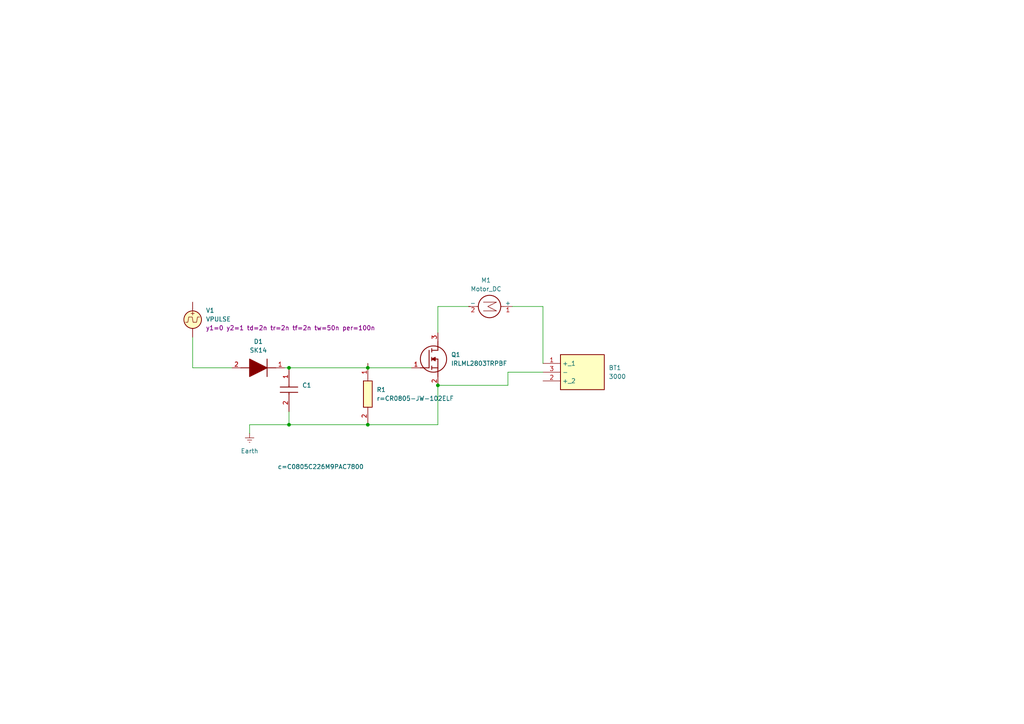
<source format=kicad_sch>
(kicad_sch (version 20231120) (generator "eeschema") (generator_version "8.0")
  (paper "A4")
  (lib_symbols
    (symbol "3000:3000"
      (property "Reference" "BT" (at 8.382 10.16 0))
      (property "Value" "3000" (at 8.382 7.62 0))
      (symbol "3000_1_1"
        (rectangle (start 5.08 2.54) (end 17.78 -7.62) (stroke (width 0.254)) (fill (type background)))
        (pin passive line (at 0 0 0) (length 5.08) (name "+_1") (number "1"))
        (pin passive line (at 0 -5.08 0) (length 5.08) (name "+_2") (number "2"))
        (pin passive line (at 0 -2.54 0) (length 5.08) (name "-") (number "3"))
      )
    )
    (symbol "C0805C226M9PAC7800:C0805C226M9PAC7800" (pin_names hide)
      (property "Reference" "C" (at 8.89 6.35 0))
      (property "Value" "C0805C226M9PAC7800" (at 8.89 3.81 0))
      (symbol "C0805C226M9PAC7800_1_1"
        (polyline (pts (xy 5.08 0) (xy 5.588 0)) (stroke (width 0.254)))
        (polyline (pts (xy 5.588 2.54) (xy 5.588 -2.54)) (stroke (width 0.254)))
        (polyline (pts (xy 7.112 0) (xy 7.62 0)) (stroke (width 0.254)))
        (polyline (pts (xy 7.112 2.54) (xy 7.112 -2.54)) (stroke (width 0.254)))
        (pin passive line (at 0 0 0) (length 5.08) (name "1") (number "1"))
        (pin passive line (at 12.7 0 180) (length 5.08) (name "2") (number "2"))
      )
    )
    (symbol "CR0805-JW-102ELF:CR0805-JW-102ELF" (pin_names hide)
      (property "Reference" "R" (at 13.97 6.35 0))
      (property "Value" "CR0805-JW-102ELF" (at 13.97 3.81 0))
      (symbol "CR0805-JW-102ELF_1_1"
        (rectangle (start 5.08 1.27) (end 12.7 -1.27) (stroke (width 0.254)) (fill (type background)))
        (pin passive line (at 0 0 0) (length 5.08) (name "1") (number "1"))
        (pin passive line (at 17.78 0 180) (length 5.08) (name "2") (number "2"))
      )
    )
    (symbol "IRLML2803TRPBF:IRLML2803TRPBF" (pin_names hide)
      (property "Reference" "Q" (at 11.43 3.81 0))
      (property "Value" "IRLML2803TRPBF" (at 11.43 1.27 0))
      (symbol "IRLML2803TRPBF_1_1"
        (polyline (pts (xy 2.54 0) (xy 5.08 0)) (stroke (width 0.254)))
        (polyline (pts (xy 5.08 5.08) (xy 5.08 0)) (stroke (width 0.254)))
        (polyline (pts (xy 5.842 -0.508) (xy 5.842 0.508)) (stroke (width 0.254)))
        (polyline (pts (xy 5.842 0) (xy 7.62 0)) (stroke (width 0.254)))
        (polyline (pts (xy 5.842 2.032) (xy 5.842 3.048)) (stroke (width 0.254)))
        (polyline (pts (xy 5.842 5.588) (xy 5.842 4.572)) (stroke (width 0.254)))
        (polyline (pts (xy 7.62 2.54) (xy 5.842 2.54)) (stroke (width 0.254)))
        (polyline (pts (xy 7.62 2.54) (xy 7.62 -2.54)) (stroke (width 0.254)))
        (polyline (pts (xy 7.62 5.08) (xy 5.842 5.08)) (stroke (width 0.254)))
        (polyline (pts (xy 7.62 5.08) (xy 7.62 7.62)) (stroke (width 0.254)))
        (polyline (pts (xy 5.842 2.54) (xy 6.858 3.048) (xy 6.858 2.032) (xy 5.842 2.54)) (stroke (width 0.254)) (fill (type outline)))
        (circle (center 6.35 2.54) (radius 3.81) (stroke (width 0.254)))
        (pin passive line (at 0 0 0) (length 2.54) (name "G") (number "1"))
        (pin passive line (at 7.62 -5.08 90) (length 2.54) (name "S") (number "2"))
        (pin passive line (at 7.62 10.16 270) (length 2.54) (name "D") (number "3"))
      )
    )
    (symbol "Motor:Motor_DC" (pin_names (offset 0))
      (property "Reference" "M" (at 2.54 2.54 0))
      (property "Value" "Motor_DC" (at 2.54 -5.08 0))
      (symbol "Motor_DC_0_0"
        (polyline (pts (xy -1.27 -3.302) (xy -1.27 0.508) (xy 0 -2.032) (xy 1.27 0.508) (xy 1.27 -3.302)))
      )
      (symbol "Motor_DC_0_1"
        (circle (center 0 -1.524) (radius 3.2512) (stroke (width 0.254)))
        (polyline (pts (xy 0 -7.62) (xy 0 -7.112)))
        (polyline (pts (xy 0 -4.7752) (xy 0 -5.1816)))
        (polyline (pts (xy 0 1.7272) (xy 0 2.0828)))
        (polyline (pts (xy 0 2.032) (xy 0 2.54)))
      )
      (symbol "Motor_DC_1_1"
        (pin passive line (at 0 5.08 270) (length 2.54) (name "+") (number "1"))
        (pin passive line (at 0 -7.62 90) (length 2.54) (name "-") (number "2"))
      )
    )
    (symbol "SK14:SK14" (pin_names hide)
      (property "Reference" "D" (at 11.43 5.08 0))
      (property "Value" "SK14" (at 11.43 2.54 0))
      (symbol "SK14_1_1"
        (polyline (pts (xy 2.54 0) (xy 5.08 0)) (stroke (width 0.254)))
        (polyline (pts (xy 5.08 2.54) (xy 5.08 -2.54)) (stroke (width 0.254)))
        (polyline (pts (xy 10.16 0) (xy 12.7 0)) (stroke (width 0.254)))
        (polyline (pts (xy 5.08 0) (xy 10.16 2.54) (xy 10.16 -2.54) (xy 5.08 0)) (stroke (width 0.254)) (fill (type outline)))
        (pin passive line (at 0 0 0) (length 2.54) (name "K") (number "1"))
        (pin passive line (at 15.24 0 180) (length 2.54) (name "A") (number "2"))
      )
    )
    (symbol "Simulation_SPICE:VPULSE" (pin_numbers hide) (pin_names (offset 0.0254))
      (property "Reference" "V" (at 2.54 2.54 0))
      (property "Value" "VPULSE" (at 2.54 0 0))
      (property "Sim.Params" "y1=0 y2=1 td=2n tr=2n tf=2n tw=50n per=100n" (at 2.54 -2.54 0))
      (symbol "VPULSE_0_0"
        (polyline (pts (xy -2.032 -0.762) (xy -1.397 -0.762) (xy -1.143 0.762) (xy -0.127 0.762) (xy 0.127 -0.762) (xy 1.143 -0.762) (xy 1.397 0.762) (xy 2.032 0.762)))
        (text "+" (at 0 1.905 0) (effects (font (size 1.27 1.27))))
      )
      (symbol "VPULSE_0_1"
        (circle (center 0 0) (radius 2.54) (stroke (width 0.254)) (fill (type background)))
      )
      (symbol "VPULSE_1_1"
        (pin passive line (at 0 5.08 270) (length 2.54) (name "~") (number "1"))
        (pin passive line (at 0 -5.08 90) (length 2.54) (name "~") (number "2"))
      )
    )
    (symbol "power:Earth" (power) (pin_numbers hide) (pin_names (offset 0) hide)
      (property "Value" "Earth" (at 0 -3.81 0))
      (symbol "Earth_0_1"
        (polyline (pts (xy -0.635 -1.905) (xy 0.635 -1.905)))
        (polyline (pts (xy -0.127 -2.54) (xy 0.127 -2.54)))
        (polyline (pts (xy 0 -1.27) (xy 0 0)))
        (polyline (pts (xy 1.27 -1.27) (xy -1.27 -1.27)))
      )
      (symbol "Earth_1_1"
        (pin power_in line (at 0 0 270) (length 0) (name "~") (number "1"))
      )
    )
  )
  (junction (at 127 111.76))
  (junction (at 83.82 106.68))
  (junction (at 83.82 123.19))
  (junction (at 106.68 106.68))
  (junction (at 106.68 123.19))
  (wire (pts (xy 83.82 119.38) (xy 83.82 123.19)))
  (wire (pts (xy 147.32 107.95) (xy 147.32 111.76)))
  (wire (pts (xy 157.48 88.9) (xy 157.48 105.41)))
  (wire (pts (xy 127 88.9) (xy 135.89 88.9)))
  (wire (pts (xy 83.82 123.19) (xy 72.39 123.19)))
  (wire (pts (xy 72.39 123.19) (xy 72.39 125.73)))
  (wire (pts (xy 83.82 123.19) (xy 106.68 123.19)))
  (wire (pts (xy 83.82 106.68) (xy 106.68 106.68)))
  (wire (pts (xy 148.59 88.9) (xy 157.48 88.9)))
  (wire (pts (xy 55.88 106.68) (xy 67.31 106.68)))
  (wire (pts (xy 127 111.76) (xy 127 123.19)))
  (wire (pts (xy 106.68 106.68) (xy 106.68 105.41)))
  (wire (pts (xy 147.32 111.76) (xy 127 111.76)))
  (wire (pts (xy 82.55 106.68) (xy 83.82 106.68)))
  (wire (pts (xy 106.68 106.68) (xy 119.38 106.68)))
  (wire (pts (xy 55.88 97.79) (xy 55.88 106.68)))
  (wire (pts (xy 127 123.19) (xy 106.68 123.19)))
  (wire (pts (xy 127 88.9) (xy 127 96.52)))
  (wire (pts (xy 157.48 107.95) (xy 147.32 107.95)))
  (symbol (lib_id "3000:3000") (at 157.48 105.41 0) (unit 1)
    (property "Reference" "BT1" (at 176.53 106.6799 0) (effects (justify left)))
    (property "Value" "3000" (at 176.53 109.2199 0) (effects (justify left)))
    (property "Footprint" "3000" (effects (hide yes)))
    (property "Datasheet" "https://www.keyelco.com/product-pdf.cfm?p=777" (effects (hide yes)))
    (property "Description" "KEYSTONE - 3000 - Battery Contact, Coin Cell - 12mm, SMD, Phosphor Bronze" (effects (hide yes)))
    (property "Height" "3.43" (effects (hide yes)))
    (property "Mouser Part Number" "534-3000" (effects (hide yes)))
    (property "Mouser Price/Stock" "https://www.mouser.co.uk/ProductDetail/Keystone-Electronics/3000?qs=Mn60vILZNNbcLh3ZnzbtUw%3D%3D" (effects (hide yes)))
    (property "Manufacturer_Name" "Keystone Electronics" (effects (hide yes)))
    (property "Manufacturer_Part_Number" "3000" (effects (hide yes)))
    (property "Sim.Device" "V" (effects (hide yes)))
    (property "Sim.Type" "DC" (effects (hide yes)))
    (property "Sim.Pins" "1=+ 2=-" (effects (hide yes)))
    (property "Sim.Params" "dc=3.3" (effects (hide yes)))
  )
  (symbol (lib_id "C0805C226M9PAC7800:C0805C226M9PAC7800") (at 83.82 106.68 270) (unit 1)
    (property "Reference" "C1" (at 87.63 111.7599 90) (effects (justify left)))
    (property "Value" "${SIM.PARAMS}" (at 80.518 135.382 90) (effects (justify left)))
    (property "Footprint" "CAPC2012X140N" (effects (hide yes)))
    (property "Datasheet" "https://connect.kemet.com:7667/gateway/IntelliData-ComponentDocumentation/1.0/download/specsheet/C0805C226M9PACTU" (effects (hide yes)))
    (property "Description" "Multilayer Ceramic Capacitors MLCC - SMD/SMT 6.3V 22uF X5R 0805 20%" (effects (hide yes)))
    (property "Height" "1.4" (effects (hide yes)))
    (property "Mouser Part Number" "80-C0805C226M9P7800" (effects (hide yes)))
    (property "Mouser Price/Stock" "https://www.mouser.co.uk/ProductDetail/KEMET/C0805C226M9PAC7800?qs=HB7DuPrg59odB1xmQ%2FDX4g%3D%3D" (effects (hide yes)))
    (property "Manufacturer_Name" "KEMET" (effects (hide yes)))
    (property "Manufacturer_Part_Number" "C0805C226M9PAC7800" (effects (hide yes)))
    (property "Sim.Device" "C" (effects (hide yes)))
    (property "Sim.Type" "=" (effects (hide yes)))
    (property "Sim.Params" "c=C0805C226M9PAC7800" (effects (hide yes)))
    (property "Sim.Pins" "1=+ 2=-" (effects (hide yes)))
  )
  (symbol (lib_id "power:Earth") (at 72.39 125.73 0) (unit 1)
    (property "Reference" "#PWR01" (effects (hide yes)))
    (property "Value" "Earth" (at 72.39 130.81 0))
    (property "Description" "Power symbol creates a global label with name \"Earth\"" (effects (hide yes)))
  )
  (symbol (lib_id "SK14:SK14") (at 82.55 106.68 180) (unit 1)
    (property "Reference" "D1" (at 74.93 99.06 0))
    (property "Value" "SK14" (at 74.93 101.6 0))
    (property "Footprint" "DIONM5027X250N" (effects (hide yes)))
    (property "Datasheet" "https://www.arrow.com/en/products/sk14/diotec-semiconductor-ag?region=europe" (effects (hide yes)))
    (property "Description" "Schottky Diodes & Rectifiers Schottky, SMA, 40V, 1A" (effects (hide yes)))
    (property "Height" "2.5" (effects (hide yes)))
    (property "Mouser Part Number" "637-SK14" (effects (hide yes)))
    (property "Mouser Price/Stock" "https://www.mouser.co.uk/ProductDetail/Diotec-Semiconductor/SK14?qs=OlC7AqGiEDkqBnpJlZ2UeA%3D%3D" (effects (hide yes)))
    (property "Manufacturer_Name" "Diotec" (effects (hide yes)))
    (property "Manufacturer_Part_Number" "SK14" (effects (hide yes)))
    (property "Sim.Device" "D" (effects (hide yes)))
    (property "Sim.Pins" "1=A 2=K" (effects (hide yes)))
  )
  (symbol (lib_id "CR0805-JW-102ELF:CR0805-JW-102ELF") (at 106.68 105.41 270) (unit 1)
    (property "Reference" "R1" (at 109.22 113.0299 90) (effects (justify left)))
    (property "Value" "${SIM.PARAMS}" (at 109.22 115.5699 90) (effects (justify left)))
    (property "Footprint" "RESC2012X60N" (effects (hide yes)))
    (property "Datasheet" "https://www.bourns.com/pdfs/chpreztr.pdf" (effects (hide yes)))
    (property "Description" "BOURNS - CR0805-JW-102ELF - RES, THICK FILM, 1K, 5%, 0.125W, 0805" (effects (hide yes)))
    (property "Height" "0.6" (effects (hide yes)))
    (property "Mouser Part Number" "652-CR0805JW-102ELF" (effects (hide yes)))
    (property "Mouser Price/Stock" "https://www.mouser.co.uk/ProductDetail/Bourns/CR0805-JW-102ELF?qs=wL7NMIHXUPkNQVV6eq0KGw%3D%3D" (effects (hide yes)))
    (property "Manufacturer_Name" "Bourns" (effects (hide yes)))
    (property "Manufacturer_Part_Number" "CR0805-JW-102ELF" (effects (hide yes)))
    (property "Sim.Device" "R" (effects (hide yes)))
    (property "Sim.Type" "=" (effects (hide yes)))
    (property "Sim.Params" "r=CR0805-JW-102ELF" (effects (hide yes)))
    (property "Sim.Pins" "1=+ 2=-" (effects (hide yes)))
  )
  (symbol (lib_id "Motor:Motor_DC") (at 143.51 88.9 270) (unit 1)
    (property "Reference" "M1" (at 140.97 81.28 90))
    (property "Value" "Motor_DC" (at 140.97 83.82 90))
    (property "Description" "DC Motor" (effects (hide yes)))
    (property "Sim.Device" "SPICE" (effects (hide yes)))
  )
  (symbol (lib_id "IRLML2803TRPBF:IRLML2803TRPBF") (at 119.38 106.68 0) (unit 1)
    (property "Reference" "Q1" (at 130.81 102.8699 0) (effects (justify left)))
    (property "Value" "IRLML2803TRPBF" (at 130.81 105.4099 0) (effects (justify left)))
    (property "Footprint" "SOT95P237X112-3N" (effects (hide yes)))
    (property "Datasheet" "https://www.infineon.com/dgdl/irlml2803pbf.pdf?fileId=5546d462533600a4015356682aff260f" (effects (hide yes)))
    (property "Description" "IRLML2803TRPBF N-Channel MOSFET, 1.2 A, 30 V HEXFET, 3-Pin SOT-23 Infineon" (effects (hide yes)))
    (property "Height" "1.12" (effects (hide yes)))
    (property "Mouser Part Number" "942-IRLML2803TRPBF" (effects (hide yes)))
    (property "Mouser Price/Stock" "https://www.mouser.co.uk/ProductDetail/Infineon-Technologies/IRLML2803TRPBF?qs=9%252BKlkBgLFf2YYGlrpx3%252BKw%3D%3D" (effects (hide yes)))
    (property "Manufacturer_Name" "Infineon" (effects (hide yes)))
    (property "Manufacturer_Part_Number" "IRLML2803TRPBF" (effects (hide yes)))
    (property "Sim.Device" "D" (effects (hide yes)))
    (property "Sim.Pins" "1=A 2=K" (effects (hide yes)))
  )
  (symbol (lib_id "Simulation_SPICE:VPULSE") (at 55.88 92.71 0) (unit 1)
    (property "Reference" "V1" (at 59.69 90.0401 0) (effects (justify left)))
    (property "Value" "VPULSE" (at 59.69 92.5801 0) (effects (justify left)))
    (property "Datasheet" "https://ngspice.sourceforge.io/docs/ngspice-html-manual/manual.xhtml#sec_Independent_Sources_for" (effects (hide yes)))
    (property "Description" "Voltage source, pulse" (effects (hide yes)))
    (property "Sim.Pins" "1=+ 2=-" (effects (hide yes)))
    (property "Sim.Type" "PULSE" (effects (hide yes)))
    (property "Sim.Device" "V" (effects (hide yes)))
    (property "Sim.Params" "y1=0 y2=1 td=2n tr=2n tf=2n tw=50n per=100n" (at 59.69 95.1201 0) (effects (justify left)))
  )
)
</source>
